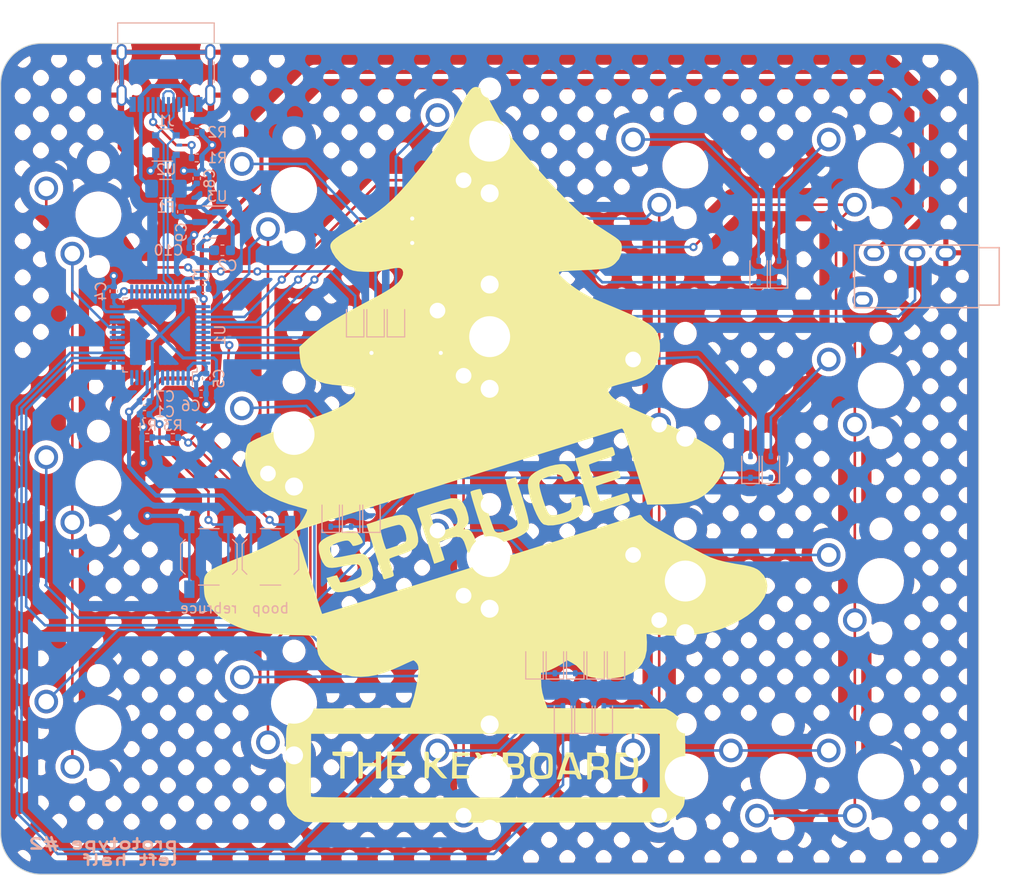
<source format=kicad_pcb>
(kicad_pcb (version 20221018) (generator pcbnew)
  (layers (0 "F.Cu" signal) (31 "B.Cu" signal) (34 "B.Paste" user) (35 "F.Paste" user) (36 "B.SilkS" user "B.Silkscreen") (37 "F.SilkS" user "F.Silkscreen") (38 "B.Mask" user) (39 "F.Mask" user) (44 "Edge.Cuts" user))
  (net 0 "")
  (net 1 "+5V")
  (net 2 "GND")
  (net 3 "+3V3")
  (net 4 "NRST")
  (net 5 "VBUS")
  (net 6 "Net-(J1-CC1)")
  (net 7 "row0")
  (net 8 "Net-(D1-A)")
  (net 10 "Net-(J1-CC2)")
  (net 12 "BOOT0")
  (net 13 "/C13")
  (net 14 "/C14")
  (net 15 "/C15")
  (net 16 "/F0")
  (net 17 "/F1")
  (net 18 "/B1")
  (net 19 "/B10")
  (net 20 "/B12")
  (net 21 "/B13")
  (net 22 "/B14")
  (net 23 "/B15")
  (net 24 "Net-(D2-A)")
  (net 25 "/B6")
  (net 26 "Net-(D3-A)")
  (net 27 "Net-(D4-A)")
  (net 28 "Net-(D5-A)")
  (net 29 "row1")
  (net 30 "Net-(D6-A)")
  (net 31 "Net-(D7-A)")
  (net 32 "/B0")
  (net 33 "/B8")
  (net 34 "Net-(D8-A)")
  (net 35 "/A9")
  (net 36 "/A10")
  (net 37 "/A13")
  (net 38 "Net-(R3-Pad2)")
  (net 39 "Net-(D9-A)")
  (net 40 "D+")
  (net 41 "D-")
  (net 42 "Net-(D10-A)")
  (net 43 "row2")
  (net 44 "Net-(D11-A)")
  (net 45 "Net-(D12-A)")
  (net 46 "Net-(D13-A)")
  (net 47 "Net-(D14-A)")
  (net 48 "Net-(D15-A)")
  (net 49 "row3")
  (net 50 "Net-(D16-A)")
  (net 51 "Net-(D17-A)")
  (net 52 "Net-(D18-A)")
  (net 53 "col0")
  (net 54 "col1")
  (net 55 "col2")
  (net 56 "col3")
  (net 57 "col4")
  (net 58 "/A6")
  (net 59 "/A7")
  (net 60 "/B11")
  (net 61 "TRRS")
  (net 62 "/A14")
  (net 63 "/A2")
  (net 64 "/A1")
  (net 65 "/A0")
  (net 67 "/A8")
  (footprint "PCM_marbastlib-mx:SW_MX_1u" (layer "F.Cu") (at 83.584375 65.70625 90)
    (fp_text reference "MX14" hide)
    (fp_text value "MX_SW_solder")
  )
  (footprint "PCM_marbastlib-mx:SW_MX_1u" (layer "F.Cu") (at 102.634375 84.75625 90)
    (fp_text reference "MX18" hide)
    (fp_text value "MX_SW_solder")
  )
  (footprint "PCM_marbastlib-mx:SW_MX_1u" (layer "F.Cu") (at 83.584375 46.65625 90)
    (fp_text reference "MX9" hide)
    (fp_text value "MX_SW_solder")
  )
  (footprint "PCM_marbastlib-mx:SW_MX_1.75u" (layer "F.Cu") (at 45.484375 77.6125 90)
    (fp_text reference "MX12" hide)
    (fp_text value "MX_SW_solder")
  )
  (footprint "PCM_marbastlib-mx:SW_MX_1u" (layer "F.Cu") (at 64.534375 41.89375 90)
    (fp_text reference "MX8" hide)
    (fp_text value "MX_SW_solder")
  )
  (footprint "PCM_marbastlib-mx:SW_MX_1u" (layer "F.Cu") (at 102.634375 46.65625 90)
    (fp_text reference "MX10" hide)
    (fp_text value "MX_SW_solder")
  )
  (footprint "PCM_marbastlib-mx:SW_MX_1.5u" (layer "F.Cu") (at 45.484375 27.60625 90)
    (fp_text reference "MX2" hide)
    (fp_text value "MX_SW_solder")
  )
  (footprint "PCM_marbastlib-mx:SW_MX_1u" (layer "F.Cu") (at 45.484375 51.41875 90)
    (fp_text reference "MX7" hide)
    (fp_text value "MX_SW_solder")
  )
  (footprint "PCM_marbastlib-mx:SW_MX_1.5u" (layer "F.Cu") (at 26.434375 79.99375 90)
    (fp_text reference "MX11" hide)
    (fp_text value "MX_SW_solder")
  )
  (footprint "PCM_marbastlib-mx:SW_MX_1u" (layer "F.Cu") (at 102.634375 65.70625 90)
    (fp_text reference "MX15" hide)
    (fp_text value "MX_SW_solder")
  )
  (footprint "PCM_marbastlib-mx:SW_MX_1u" (layer "F.Cu") (at 64.534375 84.75625 90)
    (fp_text reference "MX16" hide)
    (fp_text value "MX_SW_solder")
  )
  (footprint "LOGO" (layer "F.Cu") (at 64.039154 54.21743)
    (fp_text reference "G***")
    (fp_text value "LOGO" hide)
  )
  (footprint "PCM_marbastlib-mx:SW_MX_1u" (layer "F.Cu") (at 64.534375 22.84375 90)
    (fp_text reference "MX3" hide)
    (fp_text value "MX_SW_solder")
  )
  (footprint "PCM_marbastlib-mx:SW_MX_1u" (layer "F.Cu") (at 83.584375 84.75625 90)
    (fp_text reference "MX17" hide)
    (fp_text value "MX_SW_solder")
  )
  (footprint "PCM_marbastlib-mx:SW_MX_1.25u" (layer "F.Cu") (at 64.534375 63.325 90)
    (fp_text reference "MX13" hide)
    (fp_text value "MX_SW_solder")
  )
  (footprint "PCM_marbastlib-mx:SW_MX_1.25u" (layer "F.Cu") (at 102.634375 25.225 90)
    (fp_text reference "MX5" hide)
    (fp_text value "MX_SW_solder")
  )
  (footprint "PCM_marbastlib-mx:SW_MX_1u" (layer "F.Cu") (at 26.434375 56.18125 90)
    (fp_text reference "MX6" hide)
    (fp_text value "MX_SW_solder")
  )
  (footprint "PCM_marbastlib-mx:SW_MX_1.75u" (layer "F.Cu") (at 26.434375 29.9875 90)
    (fp_text reference "MX1" hide)
    (fp_text value "MX_SW_solder")
  )
  (footprint "PCM_marbastlib-mx:SW_MX_1u" (layer "F.Cu") (at 93.109375 84.75625 90)
    (fp_text reference "MX18" hide)
    (fp_text value "MX_SW_solder")
  )
  (footprint "PCM_marbastlib-mx:SW_MX_1.25u" (layer "F.Cu") (at 83.584375 25.225 90)
    (fp_text reference "MX4" hide)
    (fp_text value "MX_SW_solder")
  )
  (footprint "PCM_marbastlib-xp-various:D_SOD-323_no_silk" (layer "B.Cu") (at 91.91875 54.59375 90)
    (fp_text reference "D10")
    (fp_text value "D_Small")
  )
  (footprint "PCM_marbastlib-xp-various:D_SOD-323_no_silk" (layer "B.Cu") (at 51.040625 59.35625 90)
    (fp_text reference "D7")
    (fp_text value "D_Small")
  )
  (footprint "PCM_marbastlib-xp-various:D_SOD-323_no_silk" (layer "B.Cu") (at 92.7125 35.54375 90)
    (fp_text reference "D5")
    (fp_text value "D_Small")
  )
  (footprint "Capacitor_SMD:C_0402_1005Metric" (layer "B.Cu") (at 27.93125 37.471875 90)
    (fp_text reference "C4")
    (fp_text value "100nF")
  )
  (footprint "Package_QFP:LQFP-48_7x7mm_P0.5mm" (layer "B.Cu") (at 32.43125 41.721875 90)
    (fp_text reference "U1")
    (fp_text value "STM32F072CBT6")
  )
  (footprint "PCM_marbastlib-xp-various:D_SOD-323_no_silk" (layer "B.Cu") (at 89.934375 54.59375 90)
    (fp_text reference "D9")
    (fp_text value "D_Small")
  )
  (footprint "PCM_marbastlib-xp-various:D_SOD-323_no_silk" (layer "B.Cu") (at 73.6625 78.94375 90)
    (fp_text reference "D17")
    (fp_text value "D_Small")
  )
  (footprint "PCM_marbastlib-xp-various:D_SOD-323_no_silk" (layer "B.Cu") (at 55.40625 40.30625 90)
    (fp_text reference "D3")
    (fp_text value "D_Small")
  )
  (footprint "Capacitor_SMD:C_0402_1005Metric" (layer "B.Cu") (at 36.68125 37.221875)
    (fp_text reference "C3")
    (fp_text value "100nF")
  )
  (footprint "Button_Switch_SMD:SW_SPST_TL3342" (layer "B.Cu") (at 43.1875 63.35 -90)
    (fp_text reference "boop")
    (fp_text value "SW_SPST")
  )
  (footprint "Package_TO_SOT_SMD:SOT-143" (layer "B.Cu") (at 33.009375 23.228125)
    (fp_text reference "U2")
    (fp_text value "PRTR5V0U2X")
  )
  (footprint "Capacitor_SMD:C_0402_1005Metric" (layer "B.Cu") (at 36.93125 45.971875 -90)
    (fp_text reference "C5")
    (fp_text value "100nF")
  )
  (footprint "Keebio-Parts:TRRS-PJ-320A" (layer "B.Cu") (at 112.159375 36.021875 90)
    (fp_text reference "U4")
    (fp_text value "TRRS")
  )
  (footprint "Button_Switch_SMD:SW_SPST_TL3342" (layer "B.Cu") (at 37.1875 63.35 90)
    (fp_text reference "rebruce")
    (fp_text value "SW_SPST")
  )
  (footprint "PCM_marbastlib-xp-various:D_SOD-323_no_silk" (layer "B.Cu") (at 74.853125 73.64375 90)
    (fp_text reference "D14")
    (fp_text value "D_Small")
  )
  (footprint "PCM_marbastlib-xp-various:D_SOD-323_no_silk" (layer "B.Cu") (at 53.421875 40.30625 90)
    (fp_text reference "D2")
    (fp_text value "D_Small")
  )
  (footprint "PCM_marbastlib-xp-various:D_SOD-323_no_silk" (layer "B.Cu") (at 70.884375 73.64375 90)
    (fp_text reference "D12")
    (fp_text value "D_Small")
  )
  (footprint "PCM_marbastlib-xp-various:D_SOD-323_no_silk" (layer "B.Cu") (at 76.8375 73.64375 90)
    (fp_text reference "D15")
    (fp_text value "D_Small")
  )
  (footprint "Package_TO_SOT_SMD:SOT-23" (layer "B.Cu") (at 37.259375 30.728125 180)
    (fp_text reference "U3")
    (fp_text value "XC6206PxxxMR-Regulator_Linear")
  )
  (footprint "PCM_marbastlib-xp-various:D_SOD-323_no_silk" (layer "B.Cu") (at 90.728125 35.54375 90)
    (fp_text reference "D4")
    (fp_text value "D_Small")
  )
  (footprint "Capacitor_SMD:C_0402_1005Metric" (layer "B.Cu") (at 36.43125 47.471875)
    (fp_text reference "C6")
    (fp_text value "100nF")
  )
  (footprint "PCM_marbastlib-xp-various:D_SOD-323_no_silk" (layer "B.Cu") (at 53.025 59.35625 90)
    (fp_text reference "D8")
    (fp_text value "D_Small")
  )
  (footprint "Resistor_SMD:R_0402_1005Metric" (layer "B.Cu") (at 36.009375 24.478125 180)
    (fp_text reference "R1")
    (fp_text value "5.1k")
  )
  (footprint "Capacitor_SMD:C_0402_1005Metric" (layer "B.Cu") (at 35.759375 33.228125 180)
    (fp_text reference "C10")
    (fp_text value "1uF")
  )
  (footprint "Fuse:Fuse_1206_3216Metric" (layer "B.Cu") (at 33.009375 27.478125)
    (fp_text reference "F1")
    (fp_text value "500mA")
  )
  (footprint "Capacitor_SMD:C_0402_1005Metric" (layer "B.Cu") (at 34.509375 29.728125 90)
    (fp_text reference "C9")
    (fp_text value "1uF")
  )
  (footprint "PCM_marbastlib-xp-various:D_SOD-323_no_silk" (layer "B.Cu") (at 49.05625 59.35625 90)
    (fp_text reference "D6")
    (fp_text value "D_Small")
  )
  (footprint "Capacitor_SMD:C_0402_1005Metric" (layer "B.Cu") (at 30.917827 49.458452 180)
    (fp_text reference "C1")
    (fp_text value "100nF")
  )
  (footprint "Resistor_SMD:R_0402_1005Metric" (layer "B.Cu") (at 31.18125 51.721875 180)
    (fp_text reference "R4")
    (fp_text value "5.1k")
  )
  (footprint "Capacitor_SMD:C_0402_1005Metric" (layer "B.Cu") (at 30.917827 48.208452)
    (fp_text reference "C7")
    (fp_text value "100nF")
  )
  (footprint "Resistor_SMD:R_0402_1005Metric" (layer "B.Cu") (at 36.009375 21.978125)
    (fp_text reference "R2")
    (fp_text value "5.1k")
  )
  (footprint "Connector_USB:USB_C_Receptacle_HRO_TYPE-C-31-M-12" (layer "B.Cu") (at 33.009375 15.228125)
    (fp_text reference "J1")
    (fp_text value "USB_C_Receptacle_USB2.0")
  )
  (footprint "PCM_marbastlib-xp-various:D_SOD-323_no_silk" (layer "B.Cu") (at 75.646875 78.94375 90)
    (fp_text reference "D18")
    (fp_text value "D_Small")
  )
  (footprint "Resistor_SMD:R_0402_1005Metric" (layer "B.Cu") (at 33.68125 51.721875 180)
    (fp_text reference "R3")
    (fp_text value "5.1k")
  )
  (footprint "PCM_marbastlib-xp-various:D_SOD-323_no_silk" (layer "B.Cu") (at 51.4375 40.30625 90)
    (fp_text reference "D1")
    (fp_text value "D_Small")
  )
  (footprint "PCM_marbastlib-xp-various:D_SOD-323_no_silk" (layer "B.Cu") (at 72.86875 73.64375 90)
    (fp_text reference "D13")
    (fp_text value "D_Small")
  )
  (footprint "Capacitor_SMD:C_0603_1608Metric" (layer "B.Cu") (at 38.509375 33.478125)
    (fp_text reference "C2")
    (fp_text value "10uF")
  )
  (footprint "Capacitor_SMD:C_0402_1005Metric" (layer "B.Cu") (at 36.009375 26.478125 90)
    (fp_text reference "C8")
    (fp_text value "100nF")
  )
  (footprint "PCM_marbastlib-xp-various:D_SOD-323_no_silk" (layer "B.Cu") (at 68.9 73.64375 90)
    (fp_text reference "D11")
    (fp_text value "D_Small")
  )
  (footprint "PCM_marbastlib-xp-various:D_SOD-323_no_silk" (layer "B.Cu") (at 71.678125 78.94375 90)
    (fp_text reference "D16")
    (fp_text value "D_Small")
  )
  (gr_line (start 20.878125 13.31875) (end 108.190625 13.31875) (stroke (width 0.1)) (layer "Edge.Cuts"))
  (gr_line (start 16.909375 90.3125) (end 16.909375 17.2875) (stroke (width 0.1)) (layer "Edge.Cuts"))
  (gr_arc (start 16.909375 17.2875) (mid 18.071795 14.48117) (end 20.878125 13.31875) (stroke (width 0.1)) (layer "Edge.Cuts"))
  (gr_line (start 108.190625 94.28125) (end 20.878125 94.28125) (stroke (width 0.1)) (layer "Edge.Cuts"))
  (gr_arc (start 112.159375 90.3125) (mid 110.996955 93.11883) (end 108.190625 94.28125) (stroke (width 0.1)) (layer "Edge.Cuts"))
  (gr_arc (start 20.878125 94.28125) (mid 18.071795 93.11883) (end 16.909375 90.3125) (stroke (width 0.1)) (layer "Edge.Cuts"))
  (gr_line (start 112.159375 17.2875) (end 112.159375 90.3125) (stroke (width 0.1)) (layer "Edge.Cuts"))
  (gr_arc (start 108.190625 13.31875) (mid 110.996955 14.48117) (end 112.159375 17.2875) (stroke (width 0.1)) (layer "Edge.Cuts"))
  (gr_text "left half" (at 34.371875 93.4875) (layer "B.SilkS") (effects (font (size 1 1.5) (thickness 0.25) bold) (justify left bottom mirror)))
  (gr_text "prototype #2" (at 34.371875 91.9) (layer "B.SilkS") (effects (font (size 1 1.5) (thickness 0.25) bold) (justify left bottom mirror)))
  (segment (start 33.759375 29.978125) (end 33.759375 28.128125) (width 0.4) (layer "B.Cu") (net 1))
  (segment (start 33.759375 24.428125) (end 34.009375 24.178125) (width 0.4) (layer "B.Cu") (net 1))
  (segment (start 35.489375 27.478125) (end 36.009375 26.958125) (width 0.4) (layer "B.Cu") (net 1))
  (segment (start 36.321875 30.728125) (end 35.029375 30.728125) (width 0.4) (layer "B.Cu") (net 1))
  (segment (start 33.759375 26.828125) (end 33.759375 24.428125) (width 0.4) (layer "B.Cu") (net 1))
  (segment (start 34.409375 27.478125) (end 33.759375 26.828125) (width 0.4) (layer "B.Cu") (net 1))
  (segment (start 35.029375 30.728125) (end 34.509375 30.208125) (width 0.4) (layer "B.Cu") (net 1))
  (segment (start 33.759375 28.128125) (end 34.409375 27.478125) (width 0.4) (layer "B.Cu") (net 1))
  (segment (start 34.409375 27.478125) (end 35.489375 27.478125) (width 0.4) (layer "B.Cu") (net 1))
  (segment (start 34.509375 30.208125) (end 33.989375 30.208125) (width 0.4) (layer "B.Cu") (net 1))
  (segment (start 33.989375 30.208125) (end 33.759375 29.978125) (width 0.4) (layer "B.Cu") (net 1))
  (segment (start 35.759375 26.228125) (end 35.259375 25.728125) (width 0.4) (layer "F.Cu") (net 2))
  (segment (start 27.93125 35.971875) (end 27.93125 49.471875) (width 0.4) (layer "F.Cu") (net 2))
  (segment (start 34.759375 25.728125) (end 35.259375 25.728125) (width 0.4) (layer "F.Cu") (net 2))
  (segment (start 37.509375 23.478125) (end 35.259375 25.728125) (width 0.4) (layer "F.Cu") (net 2))
  (segment (start 29.167827 50.708452) (end 30.8 50.708452) (width 0.4) (layer "F.Cu") (net 2))
  (segment (start 30.8 58.959375) (end 31.196875 59.35625) (width 0.4) (layer "F.Cu") (net 2))
  (segment (start 37.509375 23.228125) (end 37.509375 23.478125) (width 0.4) (layer "F.Cu") (net 2))
  (segment (start 31.404404 48.471875) (end 29.167827 50.708452) (width 0.4) (layer "F.Cu") (net 2))
  (segment (start 28.509375 18.538125) (end 28.509375 23.478125) (width 0.4) (layer "F.Cu") (net 2))
  (segment (start 35.759375 31.978125) (end 35.759375 26.228125) (width 0.4) (layer "F.Cu") (net 2))
  (segment (start 28.509375 23.478125) (end 30.759375 25.728125) (width 0.4) (layer "F.Cu") (net 2))
  (segment (start 36.93125 48.471875) (end 31.404404 48.471875) (width 0.4) (layer "F.Cu") (net 2))
  (segment (start 30.759375 25.728125) (end 31.509375 25.728125) (width 0.4) (layer "F.Cu") (net 2))
  (segment (start 27.93125 49.471875) (end 29.167827 50.708452) (width 0.4) (layer "F.Cu") (net 2))
  (segment (start 37.509375 23.228125) (end 37.509375 18.538125) (width 0.4) (layer "F.Cu") (net 2))
  (segment (start 31.509375 25.728125) (end 34.759375 25.728125) (width 0.4) (layer "F.Cu") (net 2))
  (segment (start 30.8 54.196875) (end 30.8 58.959375) (width 0.4) (layer "F.Cu") (net 2))
  (via (at 30.8 50.708452) (size 0.8) (drill 0.4) (layers "F.Cu" "B.Cu") (net 2))
  (via (at 35.759375 31.978125) (size 0.8) (drill 0.4) (layers "F.Cu" "B.Cu") (net 2))
  (via (at 34.759375 25.728125) (size 0.8) (drill 0.4) (layers "F.Cu" "B.Cu") (net 2))
  (via (at 37.509375 23.228125) (size 0.8) (drill 0.4) (layers "F.Cu" "B.Cu") (net 2))
  (via (at 36.93125 48.471875) (size 0.8) (drill 0.4) (layers "F.Cu" "B.Cu") (net 2))
  (via (at 27.93125 35.971875) (size 0.8) (drill 0.4) (layers "F.Cu" "B.Cu") (net 2))
  (via (at 31.509375 25.728125) (size 0.8) (drill 0.4) (layers "F.Cu" "B.Cu") (net 2))
  (via (at 31.196875 59.35625) (size 0.8) (drill 0.4) (layers "F.Cu" "B.Cu") (net 2))
  (via (at 30.8 54.196875) (size 0.8) (drill 0.4) (layers "F.Cu" "B.Cu") (net 2))
  (segment (start 37.329375 18.358125) (end 37.329375 14.178125) (width 0.4) (layer "B.Cu") (net 2))
  (segment (start 26.93125 37.471875) (end 27.41125 36.991875) (width 0.3) (layer "B.Cu") (net 2))
  (segment (start 31.196875 59.35625) (end 34.44375 59.35625) (width 0.4) (layer "B.Cu") (net 2))
  (segment (start 37.16125 36.701875) (end 37.16125 37.221875) (width 0.3) (layer "B.Cu") (net 2))
  (segment (start 31.397827 48.326008) (end 31.397827 48.208452) (width 0.4) (layer "B.Cu") (net 2))
  (segment (start 31.68125 45.884375) (end 31.68125 47.925029) (width 0.3) (layer "B.Cu") (net 2))
  (segment (start 39.509375 31.090625) (end 38.196875 29.778125) (width 0.4) (layer "B.Cu") (net 2))
  (segment (start 36.91125 47.471875) (end 36.93125 48.471875) (width 0.4) (layer "B.Cu") (net 2))
  (segment (start 38.196875 29.778125) (end 37.039375 29.778125) (width 0.4) (layer "B.Cu") (net 2))
  (segment (start 30.67125 54.068125) (end 30.8 54.196875) (width 0.4) (layer "B.Cu") (net 2))
  (segment (start 31.68125 45.884375) (end 31.68125 42.471875) (width 0.3) (layer "B.Cu") (net 2))
  (segment (start 28.689375 14.178125) (end 28.689375 18.358125) (width 0.4) (layer "B.Cu") (net 2))
  (segment (start 31.68125 42.471875) (end 32.43125 41.721875) (width 0.3) (layer "B.Cu") (net 2))
  (segment (start 34.68125 37.559375) (end 34.68125 39.471875) (width 0.3) (layer "B.Cu") (net 2))
  (segment (start 36.519375 24.218125) (end 36.519375 24.478125) (width 0.4) (layer "B.Cu") (net 2))
  (segment (start 28.26875 39.471875) (end 30.18125 39.471875) (width 0.3) (layer "B.Cu") (net 2))
  (segment (start 37.509375 23.228125) (end 36.519375 22.238125) (width 0.4) (layer "B.Cu") (net 2))
  (segment (start 35.759375 31.978125) (end 35.279375 32.458125) (width 0.4) (layer "B.Cu") (net 2))
  (segment (start 36.59375 43.971875) (end 37.68125 43.971875) (width 0.3) (layer "B.Cu") (net 2))
  (segment (start 37.039375 29.778125) (end 36.509375 29.248125) (width 0.4) (layer "B.Cu") (net 2))
  (segment (start 36.93125 46.451875) (end 36.93125 47.451875) (width 0.4) (layer "B.Cu") (net 2))
  (segment (start 31.509375 25.728125) (end 32.009375 25.228125) (width 0.4) (layer "B.Cu") (net 2))
  (segment (start 27.93125 36.991875) (end 27.93125 35.971875) (width 0.4) (layer "B.Cu") (net 2))
  (segment (start 37.93125 44.221875) (end 37.93125 45.971875) (width 0.3) (layer "B.Cu") (net 2))
  (segment (start 39.509375 33.253125) (end 39.509375 31.090625) (width 0.4) (layer "B.Cu") (net 2))
  (segment (start 32.43125 41.721875) (end 34.68125 43.971875) (width 0.3) (layer "B.Cu") (net 2))
  (segment (start 37.45125 46.451875) (end 36.93125 46.451875) (width 0.3) (layer "B.Cu") (net 2))
  (segment (start 31.68125 47.925029) (end 31.397827 48.208452) (width 0.3) (layer "B.Cu") (net 2))
  (segment (start 36.259375 19.273125) (end 36.414375 19.273125) (width 0.4) (layer "B.Cu") (net 2))
  (segment (start 30.437827 49.458452) (end 30.437827 49.286008) (width 0.4) (layer "B.Cu") (net 2))
  (segment (start 37.329375 14.178125) (end 28.689375 14.178125) (width 0.4) (layer "B.Cu") (net 2))
  (segment (start 34.68125 39.471875) (end 32.43125 41.721875) (width 0.3) (layer "B.Cu") (net 2))
  (segment (start 36.414375 19.273125) (end 37.329375 18.358125) (width 0.4) (layer "B.Cu") (net 2))
  (segment (start 30.67125 51.721875) (end 30.67125 49.691875) (width 0.4) (layer "B.Cu") (net 2))
  (segment (start 34.759375 25.728125) (end 35.739375 25.728125) (width 0.4) (layer "B.Cu") (net 2))
  (segment (start 27.41125 36.991875) (end 27.93125 36.991875) (width 0.3) (layer "B.Cu") (net 2))
  (segment (start 32.009375 25.228125) (end 32.009375 23.978125) (width 0.4) (layer "B.Cu") (net 2))
  (segment (start 30.18125 39.471875) (end 32.43125 41.721875) (width 0.3) (layer "B.Cu") (net 2))
  (segment (start 26.93125 39.221875) (end 26.93125 37.471875) (width 0.3) (layer "B.Cu") (net 2))
  (segment (start 36.519375 25.488125) (end 37.259375 26.228125) (width 0.4) (layer "B.Cu") (net 2))
  (segment (start 37.259375 28.498125) (end 36.509375 29.248125) (width 0.4) (layer "B.Cu") (net 2))
  (segment (start 34.44375 59.35625) (end 35.2875 60.2) (width 0.4) (layer "B.Cu") (net 2))
  (segment (start 35.739375 25.728125) (end 36.009375 25.998125) (width 0.4) (layer "B.Cu") (net 2))
  (segment (start 36.519375 25.488125) (end 36.519375 24.478125) (width 0.4) (layer "B.Cu") (net 2))
  (segment (start 36.519375 22.238125) (end 36.519375 21.978125) (width 0.4) (layer "B.Cu") (net 2))
  (segment (start 28.689375 18.358125) (end 29.604375 19.273125) (width 0.4) (layer "B.Cu") (net 2))
  (segment (start 37.93125 45.971875) (end 37.45125 46.451875) (width 0.3) (layer "B.Cu") (net 2))
  (segment (start 29.604375 19.273125) (end 29.759375 19.273125) (width 0.4) (layer "B.Cu") (net 2))
  (segment (start 34.509375 29.248125) (end 36.509375 29.248125) (width 0.4) (layer "B.Cu") (net 2))
  (segment (start 37.68125 43.971875) (end 37.93125 44.221875) (width 0.3) (layer "B.Cu") (net 2))
  (segment (start 35.2875 60.2) (end 35.2875 66.5) (width 0.25) (layer "B.Cu") (net 2))
  (segment (start 34.93125 36.221875) (end 36.68125 36.221875) (width 0.3) (layer "B.Cu") (net 2))
  (segment (start 28.26875 39.471875) (end 27.18125 39.471875) (width 0.3) (layer "B.Cu") (net 2))
  (segment (start 34.68125 36.471875) (end 34.93125 36.221875) (width 0.3) (layer "B.Cu") (net 2))
  (segment (start 37.259375 26.228125) (end 37.259375 28.498125) (width 0.4) (layer "B.Cu") (net 2))
  (segment (start 30.67125 51.721875) (end 30.67125 54.068125) (width 0.4) (layer "B.Cu") (net 2))
  (segment (start 37.509375 23.228125) (end 36.519375 24.218125) (width 0.4) (layer "B.Cu") (net 2))
  (segment (start 30.67125 49.691875) (end 30.437827 49.458452) (width 0.4) (layer "B.Cu") (net 2))
  (segment (start 27.18125 39.471875) (end 26.93125 39.221875) (width 0.3) (layer "B.Cu") (net 2))
  (segment (start 34.68125 43.971875) (end 36.59375 43.971875) (width 0.3) (layer "B.Cu") (net 2))
  (segment (start 35.279375 32.458125) (end 35.279375 33.228125) (width 0.4) (layer "B.Cu") (net 2))
  (segment (start 36.68125 36.221875) (end 37.16125 36.701875) (width 0.3) (layer "B.Cu") (net 2))
  (segment (start 34.68125 37.559375) (end 34.68125 36.471875) (width 0.3) (layer "B.Cu") (net 2))
  (segment (start 30.437827 49.286008) (end 31.397827 48.326008) (width 0.4) (layer "B.Cu") (net 2))
  (segment (start 36.009375 25.998125) (end 36.519375 25.488125) (width 0.4) (layer "B.Cu") (net 2))
  (segment (start 36.68125 38.221875) (end 36.68125 45.221875) (width 0.4) (layer "F.Cu") (net 3))
  (segment (start 47.46875 16.096875) (end 103.03125 16.096875) (width 0.4) (layer "F.Cu") (net 3))
  (segment (start 42.309375 21.25625) (end 47.46875 16.096875) (width 0.4) (layer "F.Cu") (net 3))
  (segment (start 36.68125 38.221875) (end 35.93125 37.471875) (width 0.4) (layer "F.Cu") (net 3))
  (segment (start 37.009375 32.1125) (end 42.309375 26.8125) (width 0.4) (layer "F.Cu") (net 3))
  (segment (start 36.68125 45.221875) (end 35.93125 45.971875) (width 0.4) (layer "F.Cu") (net 3))
  (segment (start 35.93125 37.471875) (end 35.18125 37.471875) (width 0.4) (layer "F.Cu") (net 3))
  (segment (start 106.4875 29.19375) (end 101.959375 33.721875) (width 0.4) (layer "F.Cu") (net 3))
  (segment (start 106.603125 19.66875) (end 106.603125 29.19375) (width 0.4) (layer "F.Cu") (net 3))
  (segment (start 29.417827 49.208452) (end 32.654404 45.971875) (width 0.4) (layer "F.Cu") (net 3))
  (segment (start 106.603125 29.19375) (end 106.4875 29.19375) (width 0.4) (layer "F.Cu") (net 3))
  (segment (start 32.654404 45.971875) (end 35.93125 45.971875) (width 0.4) (layer "F.Cu") (net 3))
  (segment (start 37.009375 32.228125) (end 36.509375 32.728125) (width 0.4) (layer "F.Cu") (net 3))
  (segment (start 37.009375 32.228125) (end 37.009375 32.1125) (width 0.4) (layer "F.Cu") (net 3))
  (segment (start 103.03125 16.096875) (end 106.603125 19.66875) (width 0.4) (layer "F.Cu") (net 3))
  (segment (start 42.309375 26.8125) (end 42.309375 21.25625) (width 0.4) (layer "F.Cu") (net 3))
  (segment (start 36.509375 32.728125) (end 36.509375 38.05) (width 0.4) (layer "F.Cu") (net 3))
  (segment (start 36.509375 38.05) (end 36.68125 38.221875) (width 0.4) (layer "F.Cu") (net 3))
  (segment (start 28.93125 37.471875) (end 35.18125 37.471875) (width 0.4) (layer "F.Cu") (net 3))
  (via (at 29.417827 49.208452) (size 0.8) (drill 0.4) (layers "F.Cu" "B.Cu") (net 3))
  (via (at 36.68125 38.221875) (size 0.8) (drill 0.4) (layers "F.Cu" "B.Cu") (net 3))
  (via (at 28.93125 37.471875) (size 0.8) (drill 0.4) (layers "F.Cu" "B.Cu") (net 3))
  (via (at 35.93125 45.971875) (size 0.8) (drill 0.4) (layers "F.Cu" "B.Cu") (net 3))
  (via (at 37.009375 32.228125) (size 0.8) (drill 0.4) (layers "F.Cu" "B.Cu") (net 3))
  (segment (start 35.18125 37.559375) (end 35.51875 37.221875) (width 0.3) (layer "B.Cu") (net 3))
  (segment (start 35.95125 45.991875) (end 35.95125 47.471875) (width 0.4) (layer "B.Cu") (net 3))
  (segment (start 30.417827 48.208452) (end 29.417827 49.208452) (width 0.4) (layer "B.Cu") (net 3))
  (segment (start 36.68125 38.221875) (end 36.20125 37.741875) (width 0.4) (layer "B.Cu") (net 3))
  (segment (start 38.196875 31.678125) (end 37.559375 31.678125) (width 0.4) (layer "B.Cu") (net 3))
  (segment (start 32.060414 57.371875) (end 38.459375 57.371875) (width 0.4) (layer "B.Cu") (net 3))
  (segment (start 35.95125 47.471875) (end 35.18125 46.701875) (width 0.3) (layer "B.Cu") (net 3))
  (segment (start 36.41125 45.491875) (end 36.93125 45.491875) (width 0.4) (layer "B.Cu") (net 3))
  (segment (start 27.93125 37.951875) (end 28.45125 37.951875) (width 0.4) (layer "B.Cu") (net 3))
  (segment (start 35.18125 46.701875) (end 35.18125 45.884375) (width 0.3) (layer "B.Cu") (net 3))
  (segment (start 36.20125 37.741875) (end 36.20125 37.221875) (width 0.4) (layer "B.Cu") (net 3))
  (segment (start 35.51875 37.221875) (end 36.20125 37.221875) (width 0.3) (layer "B.Cu") (net 3))
  (segment (start 36.239375 32.998125) (end 36.239375 33.228125) (width 0.4) (layer "B.Cu") (net 3))
  (segment (start 41.2875 66.5) (end 41.2875 60.2) (width 0.25) (layer "B.Cu") (net 3))
  (segment (start 37.559375 31.678125) (end 36.239375 32.998125) (width 0.4) (layer "B.Cu") (net 3))
  (segment (start 36.59375 44.471875) (end 35.68125 44.471875) (width 0.3) (layer "B.Cu") (net 3))
  (segment (start 36.489375 33.478125) (end 37.734375 33.478125) (width 0.4) (layer "B.Cu") (net 3))
  (segment (start 38.459375 57.371875) (end 41.2875 60.2) (width 0.4) (layer "B.Cu") (net 3))
  (segment (start 30.257689 55.56915) (end 32.060414 57.371875) (width 0.4) (layer "B.Cu") (net 3))
  (segment (start 31.18125 47.221875) (end 30.437827 47.965298) (width 0.3) (layer "B.Cu") (net 3))
  (segment (start 35.68125 44.471875) (end 35.18125 44.971875) (width 0.3) (layer "B.Cu") (net 3))
  (segment (start 35.93125 45.971875) (end 36.41125 45.491875) (width 0.4) (layer "B.Cu") (net 3))
  (segment (start 31.18125 45.884375) (end 31.18125 47.221875) (width 0.3) (layer "B.Cu") (net 3))
  (segment (start 29.417827 49.208452) (end 29.417827 54.587971) (width 0.4) (layer "B.Cu") (net 3))
  (segment (start 35.18125 44.971875) (end 35.18125 45.884375) (width 0.3) (layer "B.Cu") (net 3))
  (segment (start 30.437827 47.965298) (end 30.437827 48.208452) (width 0.3) (layer "B.Cu") (net 3))
  (segment (start 37.559375 31.678125) (end 37.009375 32.228125) (width 0.4) (layer "B.Cu") (net 3))
  (segment (start 29.417827 54.587971) (end 30.257689 55.56915) (width 0.4) (layer "B.Cu") (net 3))
  (segment (start 35.93125 45.971875) (end 35.95125 45.991875) (width 0.4) (layer "B.Cu") (net 3))
  (segment (start 27.93125 38.634375) (end 27.93125 37.951875) (width 0.3) (layer "B.Cu") (net 3))
  (segment (start 28.45125 37.951875) (end 28.93125 37.471875) (width 0.4) (layer "B.Cu") (net 3))
  (segment (start 28.26875 38.971875) (end 27.93125 38.634375) (width 0.3) (layer "B.Cu") (net 3))
  (segment (start 36.93125 44.809375) (end 36.59375 44.471875) (width 0.3) (layer "B.Cu") (net 3))
  (segment (start 36.93125 45.491875) (end 36.93125 44.809375) (width 0.3) (layer "B.Cu") (net 3))
  (segment (start 32.3875 50.428125) (end 32.38125 50.421875) (width 0.25) (layer "F.Cu") (net 4))
  (segment (start 37.15 56.975) (end 32.3875 52.2125) (width 0.25) (layer "F.Cu") (net 4))
  (segment (start 32.3875 52.2125) (end 32.3875 50.428125) (width 0.25) (layer "F.Cu") (net 4))
  (segment (start 37.15 59.753125) (end 37.15 56.975) (width 0.25) (layer "F.Cu") (net 4))
  (via (at 37.15 59.753125) (size 0.8) (drill 0.4) (layers "F.Cu" "B.Cu") (net 4))
  (via (at 32.38125 50.421875) (size 0.8) (drill 0.4) (layers "F.Cu" "B.Cu") (net 4))
  (segment (start 37.596875 60.2) (end 37.15 59.753125) (width 0.25) (layer "B.Cu") (net 4))
  (segment (start 39.0875 66.5) (end 39.0875 60.2) (width 0.25) (layer "B.Cu") (net 4))
  (segment (start 32.18125 48.675029) (end 31.397827 49.458452) (width 0.25) (layer "B.Cu") (net 4))
  (segment (start 32.18125 45.884375) (end 32.18125 48.675029) (width 0.25) (layer "B.Cu") (net 4))
  (segment (start 31.397827 49.458452) (end 32.36125 50.421875) (width 0.25) (layer "B.Cu") (net 4))
  (segment (start 32.36125 50.421875) (end 32.38125 50.421875) (width 0.25) (layer "B.Cu") (net 4))
  (segment (start 39.0875 60.2) (end 37.596875 60.2) (width 0.25) (layer "B.Cu") (net 4))
  (segment (start 34.457542 17.478125) (end 31.565391 17.478125) (width 0.4) (layer "B.Cu") (net 5))
  (segment (start 30.559375 26.428125) (end 31.609375 27.478125) (width 0.35) (layer "B.Cu") (net 5))
  (segment (start 35.459375 19.273125) (end 35.459375 18.484141) (width 0.4) (layer "B.Cu") (net 5))
  (segment (start 34.457542 17.482308) (end 34.457542 17.478125) (width 0.4) (layer "B.Cu") (net 5))
  (segment (start 30.559375 19.273125) (end 30.559375 26.428125) (width 0.35) (layer "B.Cu") (net 5))
  (segment (start 35.459375 18.484141) (end 34.457542 17.482308) (width 0.4) (layer "B.Cu") (net 5))
  (segment (start 30.559375 18.484141) (end 30.559375 19.273125) (width 0.4) (layer "B.Cu") (net 5))
  (segment (start 31.565391 17.478125) (end 30.559375 18.484141) (width 0.4) (layer "B.Cu") (net 5))
  (segment (start 35.509375 23.228125) (end 34.009375 23.228125) (width 0.25) (layer "F.Cu") (net 6))
  (segment (start 34.009375 23.228125) (end 31.759375 20.978125) (width 0.25) (layer "F.Cu") (net 6))
  (via (at 35.509375 23.228125) (size 0.8) (drill 0.4) (layers "F.Cu" "B.Cu") (net 6))
  (via (at 31.759375 20.978125) (size 0.8) (drill 0.4) (layers "F.Cu" "B.Cu") (net 6))
  (segment (start 35.499375 24.478125) (end 35.499375 23.238125) (width 0.25) (layer "B.Cu") (net 6))
  (segment (start 35.499375 23.238125) (end 35.509375 23.228125) (width 0.25) (layer "B.Cu") (net 6))
  (segment (start 31.759375 20.978125) (end 31.759375 19.273125) (width 0.25) (layer "B.Cu") (net 6))
  (segment (start 56.596875 40.165625) (end 56.596875 34.353125) (width 0.25) (layer "B.Cu") (net 7))
  (segment (start 75.50625 36.59375) (end 90.728125 36.59375) (width 0.25) (layer "B.Cu") (net 7))
  (segment (start 92.7125 36.59375) (end 90.728125 36.59375) (width 0.25) (layer "B.Cu") (net 7))
  (segment (start 72.86875 33.95625) (end 75.50625 36.59375) (width 0.25) (layer "B.Cu") (net 7))
  (segment (start 50.821875 41.971875) (end 51.4375 41.35625) (width 0.25) (layer "B.Cu") (net 7))
  (segment (start 36.59375 41.971875) (end 50.821875 41.971875) (width 0.25) (layer "B.Cu") (net 7))
  (segment (start 55.40625 41.35625) (end 56.596875 40.165625) (width 0.25) (layer "B.Cu") (net 7))
  (segment (start 56.99375 33.95625) (end 72.86875 33.95625) (width 0.25) (layer "B.Cu") (net 7))
  (segment (start 56.596875 34.353125) (end 56.99375 33.95625) (width 0.25) (layer "B.Cu") (net 7))
  (segment (start 51.4375 41.35625) (end 55.40625 41.35625) (width 0.25) (layer "B.Cu") (net 7))
  (segment (start 25.343605 32.765625) (end 21.354375 29.17327) (width 0.25) (layer "F.Cu") (net 8))
  (segment (start 35.165625 35.146875) (end 29.2125 35.146875) (width 0.25) (layer "F.Cu") (net 8))
  (segment (start 29.2125 35.146875) (end 27.625 32.765625) (width 0.25) (layer "F.Cu") (net 8))
  (segment (start 27.625 32.765625) (end 25.343605 32.765625) (width 0.25) (layer "F.Cu") (net 8))
  (segment (start 21.354375 29.17327) (end 21.354375 27.4475) (width 0.25) (layer "F.Cu") (net 8))
  (segment (start 38.340625 35.54375) (end 41.823 35.54375) (width 0.25) (layer "F.Cu") (net 8))
  (via (at 35.165625 35.146875) (size 0.8) (drill 0.4) (layers "F.Cu" "B.Cu") (net 8))
  (via (at 38.340625 35.54375) (size 0.8) (drill 0.4) (layers "F.Cu" "B.Cu") (net 8))
  (via (at 41.9125 35.54375) (size 0.8) (drill 0.4) (layers "F.Cu" "B.Cu") (net 8))
  (segment (start 38.340625 35.54375) (end 35.5625 35.54375) (width 0.25) (layer "B.Cu") (net 8))
  (segment (start 51.4375 39.25625) (end 51.4375 37.925) (width 0.25) (layer "B.Cu") (net 8))
  (segment (start 49.056249 35.54375) (end 49.651562 36.139063) (width 0.25) (layer "B.Cu") (net 8))
  (segment (start 35.5625 35.54375) (end 35.165625 35.146875) (width 0.25) (layer "B.Cu") (net 8))
  (segment (start 51.4375 37.925) (end 49.651562 36.139063) (width 0.25) (layer "B.Cu") (net 8))
  (segment (start 41.9125 35.54375) (end 49.056249 35.54375) (width 0.25) (layer "B.Cu") (net 8))
  (segment (start 34.759375 19.273125) (end 34.759375 21.238125) (width 0.25) (layer "B.Cu") (net 10))
  (segment (start 34.759375 21.238125) (end 35.499375 21.978125) (width 0.25) (layer "B.Cu") (net 10))
  (segment (start 39.18125 42.721875) (end 38.7375 48.221875) (width 0.25) (layer "F.Cu") (net 12))
  (segment (start 38.7375 48.221875) (end 35.18125 52.221875) (width 0.25) (layer "F.Cu") (net 12))
  (segment (start 43.103125 59.753125) (end 35.571875 52.221875) (width 0.25) (layer "F.Cu") (net 12))
  (segment (start 35.571875 52.221875) (end 35.18125 52.221875) (width 0.25) (layer "F.Cu") (net 12))
  (via (at 43.103125 59.753125) (size 0.8) (drill 0.4) (layers "F.Cu" "B.Cu") (net 12))
  (via (at 39.18125 42.721875) (size 0.8) (drill 0.4) (layers "F.Cu" "B.Cu") (net 12))
  (via (at 35.18125 52.221875) (size 0.8) (drill 0.4) (layers "F.Cu" "B.Cu") (net 12))
  (segment (start 36.59375 42.471875) (end 38.93125 42.471875) (width 0.25) (layer "B.Cu") (net 12))
  (segment (start 45.0875 60.2) (end 45.0875 66.5) (width 0.25) (layer "B.Cu") (net 12))
  (segment (start 45.0875 60.2) (end 43.55 60.2) (width 0.25) (layer "B.Cu") (net 12))
  (segment (start 43.55 60.2) (end 43.103125 59.753125) (width 0.25) (layer "B.Cu") (net 12))
  (segment (start 35.18125 52.221875) (end 34.68125 51.721875) (width 0.25) (layer "B.Cu") (net 12))
  (segment (start 34.68125 51.721875) (end 34.19125 51.721875) (width 0.25) (layer "B.Cu") (net 12))
  (segment (start 38.93125 42.471875) (end 39.18125 42.721875) (width 0.25) (layer "B.Cu") (net 12))
  (segment (start 53.421875 32.193619) (end 53.421875 39.25625) (width 0.25) (layer "B.Cu") (net 24))
  (segment (start 46.675 25.06625) (end 53.421875 32.193619) (width 0.25) (layer "B.Cu") (net 24))
  (segment (start 40.404375 25.06625) (end 46.675 25.06625) (width 0.25) (layer "B.Cu") (net 24))
  (segment (start 59.454375 20.30375) (end 55.40625 24.351875) (width 0.25) (layer "B.Cu") (net 26))
  (segment (start 55.40625 24.351875) (end 55.40625 39.25625) (width 0.25) (layer "B.Cu") (net 26))
  (segment (start 85.41 22.685) (end 90.728125 28.003125) (width 0.25) (layer "B.Cu") (net 27))
  (segment (start 90.728125 28.003125) (end 90.728125 34.49375) (width 0.25) (layer "B.Cu") (net 27))
  (segment (start 78.504375 22.685) (end 85.41 22.685) (width 0.25) (layer "B.Cu") (net 27))
  (segment (start 92.7125 34.49375) (end 92.7125 27.526875) (width 0.25) (layer "B.Cu") (net 28))
  (segment (start 92.7125 27.526875) (end 97.554375 22.685) (width 0.25) (layer "B.Cu") (net 28))
  (segment (start 57.390625 56.18125) (end 57.928125 55.64375) (width 0.25) (layer "B.Cu") (net 29))
  (segment (start 21.221875 70.01875) (end 19.396875 68.19375) (width 0.25) (layer "B.Cu") (net 29))
  (segment (start 49.05625 60.40625) (end 53.025 60.40625) (width 0.25) (layer "B.Cu") (net 29))
  (segment (start 19.396875 68.19375) (end 19.396875 49.0375) (width 0.25) (layer "B.Cu") (net 29))
  (segment (start 53.165625 60.40625) (end 57.390625 56.18125) (width 0.25) (layer "B.Cu") (net 29))
  (segment (start 57.928125 55.64375) (end 89.934375 55.64375) (width 0.25) (layer "B.Cu") (net 29))
  (segment (start 53.025 60.40625) (end 53.165625 60.40625) (width 0.25) (layer "B.Cu") (net 29))
  (segment (start 89.934375 55.64375) (end 91.91875 55.64375) (width 0.25) (layer "B.Cu") (net 29))
  (segment (start 53.025 62.373896) (end 45.380146 70.01875) (width 0.25) (layer "B.Cu") (net 29))
  (segment (start 23.9625 44.471875) (end 19.396875 49.0375) (width 0.25) (layer "B.Cu") (net 29))
  (segment (start 53.025 60.40625) (end 53.025 62.373896) (width 0.25) (layer "B.Cu") (net 29))
  (segment (start 45.380146 70.01875) (end 21.221875 70.01875) (width 0.25) (layer "B.Cu") (net 29))
  (segment (start 28.26875 44.471875) (end 23.9625 44.471875) (width 0.25) (layer "B.Cu") (net 29))
  (segment (start 47.46875 59.89375) (end 47.46875 67.29375) (width 0.25) (layer "B.Cu") (net 30))
  (segment (start 47.46875 67.29375) (end 45.484375 69.278125) (width 0.25) (layer "B.Cu") (net 30))
  (segment (start 21.354375 66.02375) (end 21.354375 53.64125) (width 0.25) (layer "B.Cu") (net 30))
  (segment (start 45.484375 69.278125) (end 24.45 69.278125) (width 0.25) (layer "B.Cu") (net 30))
  (segment (start 24.45 69.278125) (end 21.275 66.103125) (width 0.25) (layer "B.Cu") (net 30))
  (segment (start 21.275 66.103125) (end 21.354375 66.02375) (width 0.25) (layer "B.Cu") (net 30))
  (segment (start 49.05625 58.30625) (end 47.46875 59.89375) (width 0.25) (layer "B.Cu") (net 30))
  (segment (start 51.040625 53.624869) (end 46.675 48.640625) (width 0.25) (layer "B.Cu") (net 31))
  (segment (start 51.040625 58.30625) (end 51.040625 53.624869) (width 0.25) (layer "B.Cu") (net 31))
  (segment (start 46.675 48.640625) (end 40.404375 48.87875) (width 0.25) (layer "B.Cu") (net 31))
  (segment (start 53.025 58.30625) (end 53.025 45.783125) (width 0.25) (layer "B.Cu") (net 34))
  (segment (start 53.025 45.783125) (end 59.454375 39.35375) (width 0.25) (layer "B.Cu") (net 34))
  (segment (start 31.69125 51.721875) (end 33.17125 51.721875) (width 0.4) (layer "B.Cu") (net 38))
  (segment (start 89.934375 53.403125) (end 89.934375 49.656119) (width 0.25) (layer "B.Cu") (net 39))
  (segment (start 84.775 43.878125) (end 78.504375 44.11625) (width 0.25) (layer "B.Cu") (net 39))
  (segment (start 89.934375 49.656119) (end 84.775 43.878125) (width 0.25) (layer "B.Cu") (net 39))
  (segment (start 33.184375 35.940625) (end 33.184375 23.153125) (width 0.2) (layer "B.Cu") (net 40))
  (segment (start 33.509375 17.978125) (end 33.009375 17.978125) (width 0.2) (layer "B.Cu") (net 40))
  (segment (start 33.68125 36.4375) (end 33.184375 35.940625) (width 0.2) (layer "B.Cu") (net 40))
  (segment (start 33.009375 17.978125) (end 32.759375 18.228125) (width 0.2) (layer "B.Cu") (net 40))
  (segment (start 33.259375 20.978125) (end 33.259375 21.528125) (width 0.2) (layer "B.Cu") (net 40))
  (segment (start 33.68125 37.559375) (end 33.68125 36.4375) (width 0.2) (layer "B.Cu") (net 40))
  (segment (start 32.759375 18.228125) (end 32.759375 19.273125) (width 0.2) (layer "B.Cu") (net 40))
  (segment (start 33.759375 18.228125) (end 33.509375 17.978125) (width 0.2) (layer "B.Cu") (net 40))
  (segment (start 33.259375 21.528125) (end 34.009375 22.278125) (width 0.2) (layer "B.Cu") (net 40))
  (segment (start 33.184375 23.153125) (end 34.009375 22.328125) (width 0.2) (layer "B.Cu") (net 40))
  (segment (start 33.759375 19.273125) (end 33.759375 18.228125) (width 0.2) (layer "B.Cu") (net 40))
  (segment (start 33.759375 20.478125) (end 33.259375 20.978125) (width 0.2) (layer "B.Cu") (net 40))
  (segment (start 33.759375 19.273125) (end 33.759375 20.478125) (width 0.2) (layer "B.Cu") (net 40))
  (segment (start 32.759375 21.528125) (end 32.759375 20.478125) (width 0.2) (layer "B.Cu") (net 41))
  (segment (start 32.509375 20.478125) (end 32.259375 20.228125) (width 0.2) (layer "B.Cu") (net 41))
  (segment (start 32.009375 22.278125) (end 32.759375 21.528125) (width 0.2) (layer "B.Cu") (net 41))
  (segment (start 32.784375 32.765625) (end 32.784375 23.103125) (width 0.2) (layer "B.Cu") (net 41))
  (segment (start 32.009375 22.328125) (end 32.784375 23.103125) (width 0.2) (layer "B.Cu") (net 41))
  (segment (start 32.259375 20.228125) (end 32.259375 19.273125) (width 0.2) (layer "B.Cu") (net 41))
  (segment (start 33.259375 19.273125) (end 33.259375 20.228125) (width 0.2) (layer "B.Cu") (net 41))
  (segment (start 33.259375 20.228125) (end 33.009375 20.478125) (width 0.2) (layer "B.Cu") (net 41))
  (segment (start 33.18125 36.791545) (end 33.18125 37.559375) (width 0.2) (layer "B.Cu") (net 41))
  (segment (start 32.784375 36.39467) (end 33.18125 36.791545) (width 0.2) (layer "B.Cu") (net 41))
  (segment (start 32.759375 20.478125) (end 32.509375 20.478125) (width 0.2) (layer "B.Cu") (net 41))
  (segment (start 33.009375 20.478125) (end 32.759375 20.478125) (width 0.2) (layer "B.Cu") (net 41))
  (segment (start 32.784375 32.765625) (end 32.784375 36.39467) (width 0.2) (layer "B.Cu") (net 41))
  (segment (start 91.91875 53.54375) (end 91.91875 49.751875) (width 0.25) (layer "B.Cu") (net 42))
  (segment (start 91.91875 49.751875) (end 97.554375 44.11625) (width 0.25) (layer "B.Cu") (net 42))
  (segment (start 22.652021 91.846875) (end 18.946875 88.141729) (width 0.25) (layer "B.Cu") (net 43))
  (segment (start 68.9 74.69375) (end 66.378125 77.215625) (width 0.25) (layer "B.Cu") (net 43))
  (segment (start 66.378125 77.215625) (end 60.16875 77.215625) (width 0.25) (layer "B.Cu") (net 43))
  (segment (start 28.26875 43.971875) (end 23.826104 43.971875) (width 0.25) (layer "B.Cu") (net 43))
  (segment (start 18.946875 88.141729) (end 18.946875 49.83125) (width 0.25) (layer "B.Cu") (net 43))
  (segment (start 45.5375 91.846875) (end 22.652021 91.846875) (width 0.25) (layer "B.Cu") (net 43))
  (segment (start 60.16875 77.215625) (end 45.5375 91.846875) (width 0.25) (layer "B.Cu") (net 43))
  (segment (start 68.9 74.69375) (end 76.8375 74.69375) (width 0.25) (layer "B.Cu") (net 43))
  (segment (start 18.946875 48.851104) (end 18.946875 49.83125) (width 0.25) (layer "B.Cu") (net 43))
  (segment (start 23.826104 43.971875) (end 18.946875 48.851104) (width 0.25) (layer "B.Cu") (net 43))
  (segment (start 28.339375 70.46875) (end 21.354375 77.45375) (width 0.25) (layer "B.Cu") (net 44))
  (segment (start 68.9 72.59375) (end 48.8 72.59375) (width 0.25) (layer "B.Cu") (net 44))
  (segment (start 46.675 70.46875) (end 28.339375 70.46875) (width 0.25) (layer "B.Cu") (net 44))
  (segment (start 48.8 72.59375) (end 46.675 70.46875) (width 0.25) (layer "B.Cu") (net 44))
  (segment (start 70.08128 72.59375) (end 66.915625 74.900015) (width 0.25) (layer "B.Cu") (net 45))
  (segment (start 66.915625 74.900015) (end 40.404375 75.0725) (width 0.25) (layer "B.Cu") (net 45))
  (segment (start 70.884375 72.59375) (end 70.08128 72.59375) (width 0.25) (layer "B.Cu") (net 45))
  (segment (start 72.86875 72.59375) (end 72.86875 68.309244) (width 0.25) (layer "B.Cu") (net 46))
  (segment (start 72.86875 68.309244) (end 65.725 60.785) (width 0.25) (layer "B.Cu") (net 46))
  (segment (start 65.725 60.785) (end 59.454375 60.785) (width 0.25) (layer "B.Cu") (net 46))
  (segment (start 74.853125 66.8175) (end 78.504375 63.16625) (width 0.25) (layer "B.Cu") (net 47))
  (segment (start 74.853125 72.59375) (end 74.853125 66.8175) (width 0.25) (layer "B.Cu") (net 47))
  (segment (start 76.8375 72.59375) (end 76.8375 68.0875) (width 0.25) (layer "B.Cu") (net 48))
  (segment (start 76.8375 68.0875) (end 81.75875 63.16625) (width 0.25) (layer "B.Cu") (net 48))
  (segment (start 81.75875 63.16625) (end 97.554375 63.16625) (width 0.25) (layer "B.Cu") (net 48))
  (segment (start 71.678125 79.99375) (end 75.646875 79.99375) (width 0.25) (layer "B.Cu") (net 49))
  (segment (start 18.496875 49.434375) (end 18.496875 48.664708) (width 0.25) (layer "B.Cu") (net 49))
  (segment (start 18.496875 88.328125) (end 18.496875 49.434375) (width 0.25) (layer "B.Cu") (net 49))
  (segment (start 71.678125 85.55) (end 64.93125 92.296875) (width 0.25) (layer "B.Cu") (net 49))
  (segment (start 22.465625 92.296875) (end 18.496875 88.328125) (width 0.25) (layer "B.Cu") (net 49))
  (segment (start 64.93125 92.296875) (end 22.465625 92.296875) (width 0.25) (layer "B.Cu") (net 49))
  (segment (start 71.678125 79.99375) (end 71.678125 85.55) (width 0.25) (layer "B.Cu") (net 49))
  (segment (start 23.689708 43.471875) (end 28.26875 43.471875) (width 0.25) (layer "B.Cu") (net 49))
  (segment (start 18.496875 48.664708) (end 23.689708 43.471875) (width 0.25) (layer "B.Cu") (net 49))
  (segment (start 71.678125 77.89375) (end 69.809375 77.89375) (width 0.25) (layer "B.Cu") (net 50))
  (segment (start 65.486875 82.21625) (end 59.454375 82.21625) (width 0.25) (layer "B.Cu") (net 50))
  (segment (start 69.809375 77.89375) (end 65.486875 82.21625) (width 0.25) (layer "B.Cu") (net 50))
  (segment (start 78.028125 79.2) (end 74.96875 79.2) (width 0.25) (layer "B.Cu") (net 51))
  (segment (start 78.504375 82.21625) (end 78.504375 79.67625) (width 0.25) (layer "B.Cu") (net 51))
  (segment (start 78.504375 79.67625) (end 78.028125 79.2) (width 0.25) (layer "B.Cu") (net 51))
  (segment (start 74.96875 79.2) (end 73.6625 77.89375) (width 0.25) (layer "B.Cu") (net 51))
  (segment (start 83.425625 82.21625) (end 88.029375 82.21625) (width 0.25) (layer "B.Cu") (net 52))
  (segment (start 79.103125 77.89375) (end 83.425625 82.21625) (width 0.25) (layer "B.Cu") (net 52))
  (segment (start 88.029375 82.21625) (end 97.554375 82.21625) (width 0.25) (layer "B.Cu") (net 52))
  (segment (start 75.646875 77.89375) (end 79.103125 77.89375) (width 0.25) (layer "B.Cu") (net 52))
  (segment (start 23.894375 33.7975) (end 23.894375 83.80375) (width 0.25) (layer "F.Cu") (net 53))
  (segment (start 23.894375 36.856752) (end 23.894375 37.400686) (width 0.25) (layer "B.Cu") (net 53))
  (segment (start 23.894375 37.400686) (end 27.465564 40.971875) (width 0.25) (layer "B.Cu") (net 53))
  (segment (start 27.465564 40.971875) (end 28.26875 40.971875) (width 0.25) (layer "B.Cu") (net 53))
  (segment (start 23.894375 36.856752) (end 23.894375 33.7975) (width 0.25) (layer "B.Cu") (net 53))
  (segment (start 46.278125 54.990625) (end 47.071875 55.784375) (width 0.25) (layer "F.Cu") (net 54))
  (segment (start 42.944375 55.22875) (end 44.4525 55.22875) (width 0.25) (layer "F.Cu") (net 54))
  (segment (start 44.690625 54.990625) (end 46.278125 54.990625) (width 0.25) (layer "F.Cu") (net 54))
  (segment (start 47.071875 55.784375) (end 47.071875 68.0875) (width 0.25) (layer "F.Cu") (net 54))
  (segment (start 42.944375 72.85) (end 42.944375 81.4225) (width 0.25) (layer "F.Cu") (net 54))
  (segment (start 42.944375 55.22875) (end 42.944375 31.41625) (width 0.25) (layer "F.Cu") (net 54))
  (segment (start 44.4525 55.22875) (end 44.690625 54.990625) (width 0.25) (layer "F.Cu") (net 54))
  (segment (start 47.071875 68.0875) (end 42.944375 72.215) (width 0.25) (layer "F.Cu") (net 54))
  (segment (start 42.944375 72.215) (end 42.944375 72.85) (width 0.25) (layer "F.Cu") (net 54))
  (segment (start 36.59375 39.471875) (end 37.396936 39.471875) (width 0.25) (layer "B.Cu") (net 54))
  (segment (start 41.11875 33.241875) (end 42.944375 31.41625) (width 0.25) (layer "B.Cu") (net 54))
  (segment (start 37.396936 39.471875) (end 41.11875 35.750061) (width 0.25) (layer "B.Cu") (net 54))
  (segment (start 41.11875 35.750061) (end 41.11875 33.241875) (width 0.25) (layer "B.Cu") (net 54))
  (segment (start 53.9775 26.65375) (end 44.29375 36.3375) (width 0.25) (layer "F.Cu") (net 55))
  (segment (start 61.994375 26.65375) (end 61.994375 88.56625) (width 0.25) (layer "F.Cu") (net 55))
  (segment (start 61.994375 26.65375) (end 53.9775 26.65375) (width 0.25) (layer "F.Cu") (net 55))
  (via (at 44.29375 36.3375) (size 0.8) (drill 0.4) (layers "F.Cu" "B.Cu") (net 55))
  (segment (start 36.59375 39.971875) (end 40.659375 39.971875) (width 0.25) (layer "B.Cu") (net 55))
  (segment (start 40.659375 39.971875) (end 44.29375 36.3375) (width 0.25) (layer "B.Cu") (net 55))
  (segment (start 81.044375 29.035) (end 81.044375 88.56625) (width 0.25) (layer "F.Cu") (net 56))
  (segment (start 56.99375 30.384375) (end 51.834375 30.384375) (width 0.25) (layer "F.Cu") (net 56))
  (segment (start 51.834375 30.384375) (end 45.88125 36.3375) (width 0.25) (layer "F.Cu") (net 56))
  (via (at 45.88125 36.3375) (size 0.8) (drill 0.4) (layers "F.Cu" "B.Cu") (net 56))
  (via (at 56.99375 30.384375) (size 0.8) (drill 0.4) (layers "F.Cu" "B.Cu") (net 56))
  (segment (start 36.59375 40.471875) (end 41.746875 40.471875) (width 0.25) (layer "B.Cu") (net 56))
  (segment (start 79.695 30.384375) (end 56.99375 30.384375) (width 0.25) (layer "B.Cu") (net 56))
  (segment (start 81.044375 29.035) (end 79.695 30.384375) (width 0.25) (layer "B.Cu") (net 56))
  (segment (start 41.746875 40.471875) (end 45.88125 36.3375) (width 0.25) (layer "B.Cu") (net 56))
  (segment (start 100.094375 29.035) (end 98.26875 30.860625) (width 0.25) (layer "F.Cu") (net 57))
  (segment (start 98.26875 40.465) (end 100.094375 42.290625) (width 0.25) (layer "F.Cu") (net 57))
  (segment (start 56.99375 32.765625) (end 51.040625 32.765625) (width 0.25) (layer "F.Cu") (net 57))
  (segment (start 51.040625 32.765625) (end 47.46875 36.3375) (width 0.25) (layer "F.Cu") (net 57))
  (segment (start 100.094375 42.290625) (end 100.094375 88.56625) (width 0.25) (layer "F.Cu") (net 57))
  (segment (start 100.094375 29.035) (end 88.505625 29.035) (width 0.25) (layer "F.Cu") (net 57))
  (segment (start 88.505625 29.035) (end 84.378125 33.1625) (width 0.25) (layer "F.Cu") (net 57))
  (segment (start 98.26875 30.860625) (end 98.26875 40.465) (width 0.25) (layer "F.Cu") (net 57))
  (via (at 47.46875 36.3375) (size 0.8) (drill 0.4) (layers "F.Cu" "B.Cu") (net 57))
  (via (at 56.99375 32.765625) (size 0.8) (drill 0.4) (layers "F.Cu" "B.Cu") (net 57))
  (via (at 84.378125 33.1625) (size 0.8) (drill 0.4) (layers "F.Cu" "B.Cu") (net 57))
  (segment (start 36.59375 40.971875) (end 42.834374 40.971875) (width 0.25) (layer "B.Cu") (net 57))
  (segment (start 57.390625 33.1625) (end 56.99375 32.765625) (width 0.25) (layer "B.Cu") (net 57))
  (segment (start 90.569375 88.56625) (end 100.094375 88.56625) (width 0.25) (layer "B.Cu") (net 57))
  (segment (start 84.378125 33.1625) (end 57.390625 33.1625) (width 0.25) (layer "B.Cu") (net 57))
  (segment (start 42.834374 40.971875) (end 43.698437 40.107812) (width 0.25) (layer "B.Cu") (net 57))
  (segment (start 47.46875 36.3375) (end 43.698437 40.107812) (width 0.25) (layer "B.Cu") (net 57))
  (segment (start 53.025 43.48125) (end 59.771875 43.48125) (width 0.25) (layer "F.Cu") (net 61))
  (via (at 53.025 43.48125) (size 0.8) (drill 0.4) (layers "F.Cu" "B.Cu") (net 61))
  (via (at 59.771875 43.48125) (size 0.8) (drill 0.4) (layers "F.Cu" "B.Cu") (net 61))
  (segment (start 63.740625 45.06875) (end 70.090625 45.06875) (width 0.25) (layer "B.Cu") (net 61))
  (segment (start 104.371875 39.909375) (end 105.959375 38.321875) (width 0.25) (layer "B.Cu") (net 61))
  (segment (start 62.153125 43.48125) (end 63.740625 45.06875) (width 0.25) (layer "B.Cu") (net 61))
  (segment (start 105.959375 38.321875) (end 105.959375 33.721875) (width 0.25) (layer "B.Cu") (net 61))
  (segment (start 59.771875 43.48125) (end 62.153125 43.48125) (width 0.25) (layer "B.Cu") (net 61))
  (segment (start 36.59375 43.471875) (end 53.015625 43.471875) (width 0.25) (layer "B.Cu") (net 61))
  (segment (start 75.25 39.909375) (end 104.371875 39.909375) (width 0.25) (layer "B.Cu") (net 61))
  (segment (start 70.090625 45.06875) (end 75.25 39.909375) (width 0.25) (layer "B.Cu") (net 61))
  (segment (start 53.015625 43.471875) (end 53.025 43.48125) (width 0.25) (layer "B.Cu") (net 61))
  (zone (net 2) (net_name "GND") (layer "F.Cu") (connect_pads (clearance 0.5)) (min_thickness 0.25) (fill yes (mode hatch) (thermal_gap 0.5) (thermal_bridge_width 0.5) (hatch_thickness 1) (hatch_gap 1.5) (hatch_orientation 45) (hatch_smoothing_level 3) (hatch_smoothing_value 1) (hatch_border_algorithm hatch_thickness) (hatch_min_hole_area 0.3))
    (polygon (pts (xy 16.909375 13.31875) (xy 112.159375 13.31875) (xy 112.159375 94.28125) (xy 16.909375 94.28125)))
  )
  (zone (net 0) (net_name "") (layer "B.Cu") (priority 1) (connect_pads (clearance 0.5)) (min_thickness 0.25) (fill yes (mode hatch) (thermal_gap 0.5) (thermal_bridge_width 0.5) (island_removal_mode 1) (island_area_min 10) (hatch_thickness 1) (hatch_gap 1.5) (hatch_orientation 45) (hatch_smoothing_level 3) (hatch_smoothing_value 1) (hatch_border_algorithm hatch_thickness) (hatch_min_hole_area 0.3))
    (polygon (pts (xy 112.159375 13.31875) (xy 112.159375 94.28125) (xy 16.909375 94.28125) (xy 16.909375 13.31875)))
  )
)
</source>
